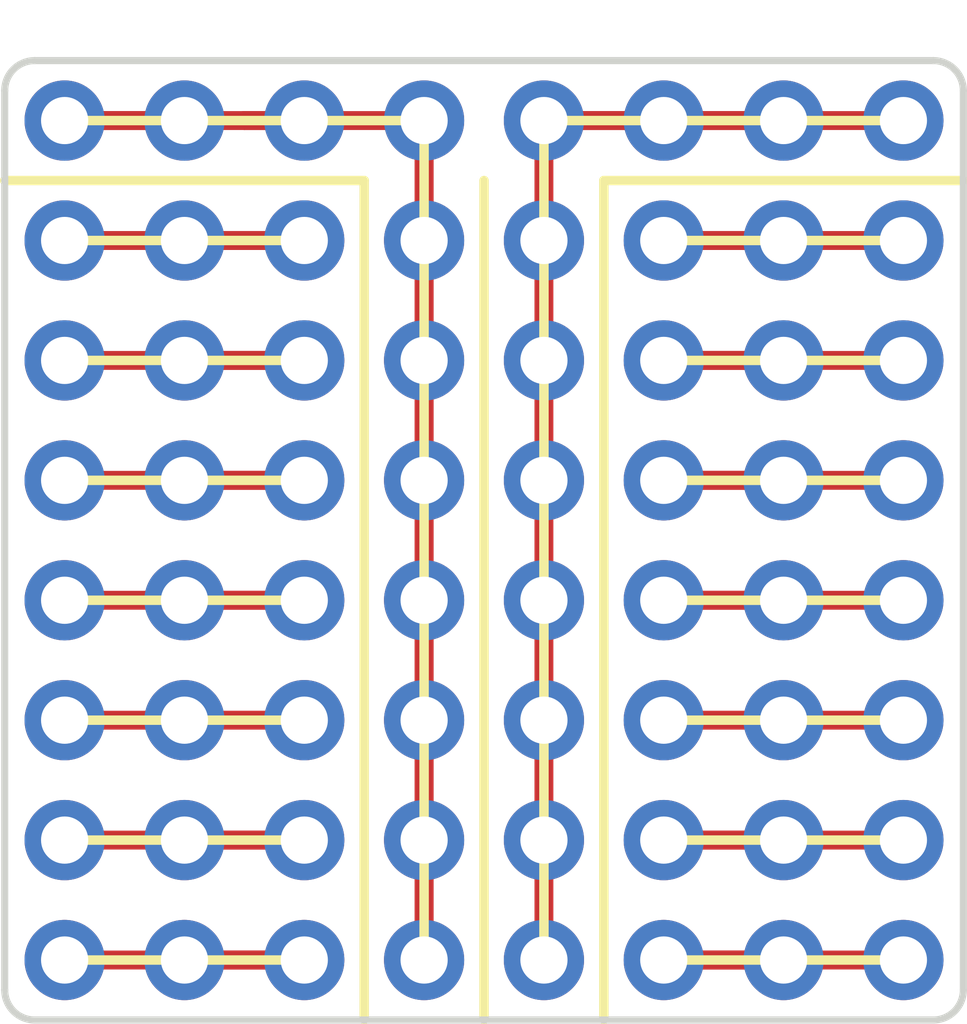
<source format=kicad_pcb>
(kicad_pcb (version 4) (host pcbnew 4.0.7)

  (general
    (links 48)
    (no_connects 0)
    (area 128.169999 92.621428 148.690001 114.400001)
    (thickness 1.6)
    (drawings 31)
    (tracks 50)
    (zones 0)
    (modules 18)
    (nets 17)
  )

  (page A4)
  (layers
    (0 F.Cu signal)
    (31 B.Cu signal)
    (32 B.Adhes user)
    (33 F.Adhes user)
    (34 B.Paste user)
    (35 F.Paste user)
    (36 B.SilkS user)
    (37 F.SilkS user)
    (38 B.Mask user)
    (39 F.Mask user)
    (40 Dwgs.User user)
    (41 Cmts.User user)
    (42 Eco1.User user)
    (43 Eco2.User user)
    (44 Edge.Cuts user)
    (45 Margin user)
    (46 B.CrtYd user)
    (47 F.CrtYd user)
    (48 B.Fab user)
    (49 F.Fab user)
  )

  (setup
    (last_trace_width 0.4)
    (trace_clearance 0.2)
    (zone_clearance 0.508)
    (zone_45_only no)
    (trace_min 0.2)
    (segment_width 0.2)
    (edge_width 0.15)
    (via_size 0.6)
    (via_drill 0.4)
    (via_min_size 0.4)
    (via_min_drill 0.3)
    (uvia_size 0.3)
    (uvia_drill 0.1)
    (uvias_allowed no)
    (uvia_min_size 0.2)
    (uvia_min_drill 0.1)
    (pcb_text_width 0.3)
    (pcb_text_size 1.5 1.5)
    (mod_edge_width 0.15)
    (mod_text_size 1 1)
    (mod_text_width 0.15)
    (pad_size 1.524 1.524)
    (pad_drill 0.762)
    (pad_to_mask_clearance 0.2)
    (aux_axis_origin 128.27 93.98)
    (visible_elements FFFFFF7F)
    (pcbplotparams
      (layerselection 0x00030_80000001)
      (usegerberextensions false)
      (excludeedgelayer true)
      (linewidth 0.100000)
      (plotframeref false)
      (viasonmask false)
      (mode 1)
      (useauxorigin false)
      (hpglpennumber 1)
      (hpglpenspeed 20)
      (hpglpendiameter 15)
      (hpglpenoverlay 2)
      (psnegative false)
      (psa4output false)
      (plotreference true)
      (plotvalue true)
      (plotinvisibletext false)
      (padsonsilk false)
      (subtractmaskfromsilk false)
      (outputformat 1)
      (mirror false)
      (drillshape 1)
      (scaleselection 1)
      (outputdirectory ""))
  )

  (net 0 "")
  (net 1 "Net-(J1-Pad1)")
  (net 2 "Net-(J2-Pad1)")
  (net 3 "Net-(J5-Pad1)")
  (net 4 "Net-(J6-Pad1)")
  (net 5 "Net-(J7-Pad1)")
  (net 6 "Net-(J8-Pad1)")
  (net 7 "Net-(J9-Pad1)")
  (net 8 "Net-(J10-Pad1)")
  (net 9 "Net-(J11-Pad1)")
  (net 10 "Net-(J12-Pad1)")
  (net 11 "Net-(J13-Pad1)")
  (net 12 "Net-(J14-Pad1)")
  (net 13 "Net-(J15-Pad1)")
  (net 14 "Net-(J16-Pad1)")
  (net 15 "Net-(J17-Pad1)")
  (net 16 "Net-(J18-Pad1)")

  (net_class Default "This is the default net class."
    (clearance 0.2)
    (trace_width 0.4)
    (via_dia 0.6)
    (via_drill 0.4)
    (uvia_dia 0.3)
    (uvia_drill 0.1)
    (add_net "Net-(J1-Pad1)")
    (add_net "Net-(J10-Pad1)")
    (add_net "Net-(J11-Pad1)")
    (add_net "Net-(J12-Pad1)")
    (add_net "Net-(J13-Pad1)")
    (add_net "Net-(J14-Pad1)")
    (add_net "Net-(J15-Pad1)")
    (add_net "Net-(J16-Pad1)")
    (add_net "Net-(J17-Pad1)")
    (add_net "Net-(J18-Pad1)")
    (add_net "Net-(J2-Pad1)")
    (add_net "Net-(J5-Pad1)")
    (add_net "Net-(J6-Pad1)")
    (add_net "Net-(J7-Pad1)")
    (add_net "Net-(J8-Pad1)")
    (add_net "Net-(J9-Pad1)")
  )

  (module pinstrip:3p (layer F.Cu) (tedit 5A4770AF) (tstamp 59685B45)
    (at 142.24 107.95)
    (path /59685DD3)
    (fp_text reference J18 (at 0 0) (layer F.SilkS) hide
      (effects (font (size 1 1) (thickness 0.15)))
    )
    (fp_text value anypin (at 0 0) (layer F.Fab)
      (effects (font (size 1 1) (thickness 0.15)))
    )
    (pad 1 thru_hole circle (at 0 0) (size 1.7 1.7) (drill 1) (layers *.Cu *.Mask)
      (net 16 "Net-(J18-Pad1)"))
    (pad 1 thru_hole circle (at 2.54 0) (size 1.7 1.7) (drill 1) (layers *.Cu *.Mask)
      (net 16 "Net-(J18-Pad1)"))
    (pad 1 thru_hole circle (at 5.08 0) (size 1.7 1.7) (drill 1) (layers *.Cu *.Mask)
      (net 16 "Net-(J18-Pad1)"))
  )

  (module pinstrip:3p (layer F.Cu) (tedit 5A4770AF) (tstamp 59685B3E)
    (at 134.62 113.03 180)
    (path /59685B95)
    (fp_text reference J17 (at 0 0 180) (layer F.SilkS) hide
      (effects (font (size 1 1) (thickness 0.15)))
    )
    (fp_text value anypin (at 0 0 180) (layer F.Fab)
      (effects (font (size 1 1) (thickness 0.15)))
    )
    (pad 1 thru_hole circle (at 0 0 180) (size 1.7 1.7) (drill 1) (layers *.Cu *.Mask)
      (net 15 "Net-(J17-Pad1)"))
    (pad 1 thru_hole circle (at 2.54 0 180) (size 1.7 1.7) (drill 1) (layers *.Cu *.Mask)
      (net 15 "Net-(J17-Pad1)"))
    (pad 1 thru_hole circle (at 5.08 0 180) (size 1.7 1.7) (drill 1) (layers *.Cu *.Mask)
      (net 15 "Net-(J17-Pad1)"))
  )

  (module pinstrip:3p (layer F.Cu) (tedit 5A4770AF) (tstamp 59685B37)
    (at 142.24 113.03)
    (path /59685D94)
    (fp_text reference J16 (at 0 0) (layer F.SilkS) hide
      (effects (font (size 1 1) (thickness 0.15)))
    )
    (fp_text value anypin (at 0 0) (layer F.Fab)
      (effects (font (size 1 1) (thickness 0.15)))
    )
    (pad 1 thru_hole circle (at 0 0) (size 1.7 1.7) (drill 1) (layers *.Cu *.Mask)
      (net 14 "Net-(J16-Pad1)"))
    (pad 1 thru_hole circle (at 2.54 0) (size 1.7 1.7) (drill 1) (layers *.Cu *.Mask)
      (net 14 "Net-(J16-Pad1)"))
    (pad 1 thru_hole circle (at 5.08 0) (size 1.7 1.7) (drill 1) (layers *.Cu *.Mask)
      (net 14 "Net-(J16-Pad1)"))
  )

  (module pinstrip:3p (layer F.Cu) (tedit 5A4770AF) (tstamp 59685B30)
    (at 134.62 110.49 180)
    (path /59685B6E)
    (fp_text reference J15 (at 0 0 180) (layer F.SilkS) hide
      (effects (font (size 1 1) (thickness 0.15)))
    )
    (fp_text value anypin (at 0 0 180) (layer F.Fab)
      (effects (font (size 1 1) (thickness 0.15)))
    )
    (pad 1 thru_hole circle (at 0 0 180) (size 1.7 1.7) (drill 1) (layers *.Cu *.Mask)
      (net 13 "Net-(J15-Pad1)"))
    (pad 1 thru_hole circle (at 2.54 0 180) (size 1.7 1.7) (drill 1) (layers *.Cu *.Mask)
      (net 13 "Net-(J15-Pad1)"))
    (pad 1 thru_hole circle (at 5.08 0 180) (size 1.7 1.7) (drill 1) (layers *.Cu *.Mask)
      (net 13 "Net-(J15-Pad1)"))
  )

  (module pinstrip:3p (layer F.Cu) (tedit 5A4770AF) (tstamp 59685B29)
    (at 142.24 110.49)
    (path /59685D3C)
    (fp_text reference J14 (at 0 0) (layer F.SilkS) hide
      (effects (font (size 1 1) (thickness 0.15)))
    )
    (fp_text value anypin (at 0 0) (layer F.Fab)
      (effects (font (size 1 1) (thickness 0.15)))
    )
    (pad 1 thru_hole circle (at 0 0) (size 1.7 1.7) (drill 1) (layers *.Cu *.Mask)
      (net 12 "Net-(J14-Pad1)"))
    (pad 1 thru_hole circle (at 2.54 0) (size 1.7 1.7) (drill 1) (layers *.Cu *.Mask)
      (net 12 "Net-(J14-Pad1)"))
    (pad 1 thru_hole circle (at 5.08 0) (size 1.7 1.7) (drill 1) (layers *.Cu *.Mask)
      (net 12 "Net-(J14-Pad1)"))
  )

  (module pinstrip:3p (layer F.Cu) (tedit 5A4770AF) (tstamp 59685B22)
    (at 134.62 107.95 180)
    (path /59685B4A)
    (fp_text reference J13 (at 0 0 180) (layer F.SilkS) hide
      (effects (font (size 1 1) (thickness 0.15)))
    )
    (fp_text value anypin (at 0 0 180) (layer F.Fab)
      (effects (font (size 1 1) (thickness 0.15)))
    )
    (pad 1 thru_hole circle (at 0 0 180) (size 1.7 1.7) (drill 1) (layers *.Cu *.Mask)
      (net 11 "Net-(J13-Pad1)"))
    (pad 1 thru_hole circle (at 2.54 0 180) (size 1.7 1.7) (drill 1) (layers *.Cu *.Mask)
      (net 11 "Net-(J13-Pad1)"))
    (pad 1 thru_hole circle (at 5.08 0 180) (size 1.7 1.7) (drill 1) (layers *.Cu *.Mask)
      (net 11 "Net-(J13-Pad1)"))
  )

  (module pinstrip:3p (layer F.Cu) (tedit 5A4770AF) (tstamp 59685B1B)
    (at 142.24 105.41)
    (path /59685D03)
    (fp_text reference J12 (at 0 0) (layer F.SilkS) hide
      (effects (font (size 1 1) (thickness 0.15)))
    )
    (fp_text value anypin (at 0 0) (layer F.Fab)
      (effects (font (size 1 1) (thickness 0.15)))
    )
    (pad 1 thru_hole circle (at 0 0) (size 1.7 1.7) (drill 1) (layers *.Cu *.Mask)
      (net 10 "Net-(J12-Pad1)"))
    (pad 1 thru_hole circle (at 2.54 0) (size 1.7 1.7) (drill 1) (layers *.Cu *.Mask)
      (net 10 "Net-(J12-Pad1)"))
    (pad 1 thru_hole circle (at 5.08 0) (size 1.7 1.7) (drill 1) (layers *.Cu *.Mask)
      (net 10 "Net-(J12-Pad1)"))
  )

  (module pinstrip:3p (layer F.Cu) (tedit 5A4770AF) (tstamp 59685B14)
    (at 134.62 105.41 180)
    (path /59685B29)
    (fp_text reference J11 (at 0 0 180) (layer F.SilkS) hide
      (effects (font (size 1 1) (thickness 0.15)))
    )
    (fp_text value anypin (at 0 0 180) (layer F.Fab)
      (effects (font (size 1 1) (thickness 0.15)))
    )
    (pad 1 thru_hole circle (at 0 0 180) (size 1.7 1.7) (drill 1) (layers *.Cu *.Mask)
      (net 9 "Net-(J11-Pad1)"))
    (pad 1 thru_hole circle (at 2.54 0 180) (size 1.7 1.7) (drill 1) (layers *.Cu *.Mask)
      (net 9 "Net-(J11-Pad1)"))
    (pad 1 thru_hole circle (at 5.08 0 180) (size 1.7 1.7) (drill 1) (layers *.Cu *.Mask)
      (net 9 "Net-(J11-Pad1)"))
  )

  (module pinstrip:3p (layer F.Cu) (tedit 5A4770AF) (tstamp 59685B0D)
    (at 142.24 102.87)
    (path /59685CCD)
    (fp_text reference J10 (at 0 0) (layer F.SilkS) hide
      (effects (font (size 1 1) (thickness 0.15)))
    )
    (fp_text value anypin (at 0 0) (layer F.Fab)
      (effects (font (size 1 1) (thickness 0.15)))
    )
    (pad 1 thru_hole circle (at 0 0) (size 1.7 1.7) (drill 1) (layers *.Cu *.Mask)
      (net 8 "Net-(J10-Pad1)"))
    (pad 1 thru_hole circle (at 2.54 0) (size 1.7 1.7) (drill 1) (layers *.Cu *.Mask)
      (net 8 "Net-(J10-Pad1)"))
    (pad 1 thru_hole circle (at 5.08 0) (size 1.7 1.7) (drill 1) (layers *.Cu *.Mask)
      (net 8 "Net-(J10-Pad1)"))
  )

  (module pinstrip:3p (layer F.Cu) (tedit 5A4770AF) (tstamp 59685B06)
    (at 134.62 102.87 180)
    (path /59685B0B)
    (fp_text reference J9 (at 0 0 180) (layer F.SilkS) hide
      (effects (font (size 1 1) (thickness 0.15)))
    )
    (fp_text value anypin (at 0 0 180) (layer F.Fab)
      (effects (font (size 1 1) (thickness 0.15)))
    )
    (pad 1 thru_hole circle (at 0 0 180) (size 1.7 1.7) (drill 1) (layers *.Cu *.Mask)
      (net 7 "Net-(J9-Pad1)"))
    (pad 1 thru_hole circle (at 2.54 0 180) (size 1.7 1.7) (drill 1) (layers *.Cu *.Mask)
      (net 7 "Net-(J9-Pad1)"))
    (pad 1 thru_hole circle (at 5.08 0 180) (size 1.7 1.7) (drill 1) (layers *.Cu *.Mask)
      (net 7 "Net-(J9-Pad1)"))
  )

  (module pinstrip:3p (layer F.Cu) (tedit 5A4770AF) (tstamp 59685AFF)
    (at 142.24 100.33)
    (path /59685C9A)
    (fp_text reference J8 (at 0 0) (layer F.SilkS) hide
      (effects (font (size 1 1) (thickness 0.15)))
    )
    (fp_text value anypin (at 0 0) (layer F.Fab)
      (effects (font (size 1 1) (thickness 0.15)))
    )
    (pad 1 thru_hole circle (at 0 0) (size 1.7 1.7) (drill 1) (layers *.Cu *.Mask)
      (net 6 "Net-(J8-Pad1)"))
    (pad 1 thru_hole circle (at 2.54 0) (size 1.7 1.7) (drill 1) (layers *.Cu *.Mask)
      (net 6 "Net-(J8-Pad1)"))
    (pad 1 thru_hole circle (at 5.08 0) (size 1.7 1.7) (drill 1) (layers *.Cu *.Mask)
      (net 6 "Net-(J8-Pad1)"))
  )

  (module pinstrip:3p (layer F.Cu) (tedit 5A4770AF) (tstamp 59685AF8)
    (at 134.62 100.33 180)
    (path /59685AF0)
    (fp_text reference J7 (at 0 0 180) (layer F.SilkS) hide
      (effects (font (size 1 1) (thickness 0.15)))
    )
    (fp_text value anypin (at 0 0 180) (layer F.Fab)
      (effects (font (size 1 1) (thickness 0.15)))
    )
    (pad 1 thru_hole circle (at 0 0 180) (size 1.7 1.7) (drill 1) (layers *.Cu *.Mask)
      (net 5 "Net-(J7-Pad1)"))
    (pad 1 thru_hole circle (at 2.54 0 180) (size 1.7 1.7) (drill 1) (layers *.Cu *.Mask)
      (net 5 "Net-(J7-Pad1)"))
    (pad 1 thru_hole circle (at 5.08 0 180) (size 1.7 1.7) (drill 1) (layers *.Cu *.Mask)
      (net 5 "Net-(J7-Pad1)"))
  )

  (module pinstrip:3p (layer F.Cu) (tedit 5A4770AF) (tstamp 59685AF1)
    (at 142.24 97.79)
    (path /59685C6A)
    (fp_text reference J6 (at 0 0) (layer F.SilkS) hide
      (effects (font (size 1 1) (thickness 0.15)))
    )
    (fp_text value anypin (at 0 0) (layer F.Fab)
      (effects (font (size 1 1) (thickness 0.15)))
    )
    (pad 1 thru_hole circle (at 0 0) (size 1.7 1.7) (drill 1) (layers *.Cu *.Mask)
      (net 4 "Net-(J6-Pad1)"))
    (pad 1 thru_hole circle (at 2.54 0) (size 1.7 1.7) (drill 1) (layers *.Cu *.Mask)
      (net 4 "Net-(J6-Pad1)"))
    (pad 1 thru_hole circle (at 5.08 0) (size 1.7 1.7) (drill 1) (layers *.Cu *.Mask)
      (net 4 "Net-(J6-Pad1)"))
  )

  (module pinstrip:3p (layer F.Cu) (tedit 5A4770AF) (tstamp 59685AEA)
    (at 134.62 97.79 180)
    (path /59685AD8)
    (fp_text reference J5 (at 0 0 180) (layer F.SilkS) hide
      (effects (font (size 1 1) (thickness 0.15)))
    )
    (fp_text value anypin (at 0 0 180) (layer F.Fab)
      (effects (font (size 1 1) (thickness 0.15)))
    )
    (pad 1 thru_hole circle (at 0 0 180) (size 1.7 1.7) (drill 1) (layers *.Cu *.Mask)
      (net 3 "Net-(J5-Pad1)"))
    (pad 1 thru_hole circle (at 2.54 0 180) (size 1.7 1.7) (drill 1) (layers *.Cu *.Mask)
      (net 3 "Net-(J5-Pad1)"))
    (pad 1 thru_hole circle (at 5.08 0 180) (size 1.7 1.7) (drill 1) (layers *.Cu *.Mask)
      (net 3 "Net-(J5-Pad1)"))
  )

  (module pinstrip:3p (layer F.Cu) (tedit 5A4770AF) (tstamp 59685AE3)
    (at 142.24 95.25)
    (path /59685BBF)
    (fp_text reference J4 (at 0 0) (layer F.SilkS) hide
      (effects (font (size 1 1) (thickness 0.15)))
    )
    (fp_text value anypin (at 0 0) (layer F.Fab)
      (effects (font (size 1 1) (thickness 0.15)))
    )
    (pad 1 thru_hole circle (at 0 0) (size 1.7 1.7) (drill 1) (layers *.Cu *.Mask)
      (net 2 "Net-(J2-Pad1)"))
    (pad 1 thru_hole circle (at 2.54 0) (size 1.7 1.7) (drill 1) (layers *.Cu *.Mask)
      (net 2 "Net-(J2-Pad1)"))
    (pad 1 thru_hole circle (at 5.08 0) (size 1.7 1.7) (drill 1) (layers *.Cu *.Mask)
      (net 2 "Net-(J2-Pad1)"))
  )

  (module pinstrip:3p (layer F.Cu) (tedit 5A4770AF) (tstamp 59685ADC)
    (at 134.62 95.25 180)
    (path /59685A80)
    (fp_text reference J3 (at 0 0 180) (layer F.SilkS) hide
      (effects (font (size 1 1) (thickness 0.15)))
    )
    (fp_text value anypin (at 0 0 180) (layer F.Fab)
      (effects (font (size 1 1) (thickness 0.15)))
    )
    (pad 1 thru_hole circle (at 0 0 180) (size 1.7 1.7) (drill 1) (layers *.Cu *.Mask)
      (net 1 "Net-(J1-Pad1)"))
    (pad 1 thru_hole circle (at 2.54 0 180) (size 1.7 1.7) (drill 1) (layers *.Cu *.Mask)
      (net 1 "Net-(J1-Pad1)"))
    (pad 1 thru_hole circle (at 5.08 0 180) (size 1.7 1.7) (drill 1) (layers *.Cu *.Mask)
      (net 1 "Net-(J1-Pad1)"))
  )

  (module pinstrip:8p (layer F.Cu) (tedit 5A4770D9) (tstamp 59685AD5)
    (at 139.7 95.25 270)
    (path /59685E94)
    (fp_text reference J2 (at 0 0 270) (layer F.SilkS) hide
      (effects (font (size 1 1) (thickness 0.15)))
    )
    (fp_text value anypin (at 0 0 270) (layer F.Fab)
      (effects (font (size 1 1) (thickness 0.15)))
    )
    (pad 1 thru_hole circle (at 0 0 270) (size 1.7 1.7) (drill 1) (layers *.Cu *.Mask)
      (net 2 "Net-(J2-Pad1)"))
    (pad 1 thru_hole circle (at 2.54 0 270) (size 1.7 1.7) (drill 1) (layers *.Cu *.Mask)
      (net 2 "Net-(J2-Pad1)"))
    (pad 1 thru_hole circle (at 5.08 0 270) (size 1.7 1.7) (drill 1) (layers *.Cu *.Mask)
      (net 2 "Net-(J2-Pad1)"))
    (pad 1 thru_hole circle (at 7.62 0 270) (size 1.7 1.7) (drill 1) (layers *.Cu *.Mask)
      (net 2 "Net-(J2-Pad1)"))
    (pad 1 thru_hole circle (at 10.16 0 270) (size 1.7 1.7) (drill 1) (layers *.Cu *.Mask)
      (net 2 "Net-(J2-Pad1)"))
    (pad 1 thru_hole circle (at 12.7 0 270) (size 1.7 1.7) (drill 1) (layers *.Cu *.Mask)
      (net 2 "Net-(J2-Pad1)"))
    (pad 1 thru_hole circle (at 15.24 0 270) (size 1.7 1.7) (drill 1) (layers *.Cu *.Mask)
      (net 2 "Net-(J2-Pad1)"))
    (pad 1 thru_hole circle (at 17.78 0 270) (size 1.7 1.7) (drill 1) (layers *.Cu *.Mask)
      (net 2 "Net-(J2-Pad1)"))
  )

  (module pinstrip:8p (layer F.Cu) (tedit 5A4770D9) (tstamp 59685AC9)
    (at 137.16 95.25 270)
    (path /59685E25)
    (fp_text reference J1 (at 0 0 270) (layer F.SilkS) hide
      (effects (font (size 1 1) (thickness 0.15)))
    )
    (fp_text value anypin (at 0 0 270) (layer F.Fab)
      (effects (font (size 1 1) (thickness 0.15)))
    )
    (pad 1 thru_hole circle (at 0 0 270) (size 1.7 1.7) (drill 1) (layers *.Cu *.Mask)
      (net 1 "Net-(J1-Pad1)"))
    (pad 1 thru_hole circle (at 2.54 0 270) (size 1.7 1.7) (drill 1) (layers *.Cu *.Mask)
      (net 1 "Net-(J1-Pad1)"))
    (pad 1 thru_hole circle (at 5.08 0 270) (size 1.7 1.7) (drill 1) (layers *.Cu *.Mask)
      (net 1 "Net-(J1-Pad1)"))
    (pad 1 thru_hole circle (at 7.62 0 270) (size 1.7 1.7) (drill 1) (layers *.Cu *.Mask)
      (net 1 "Net-(J1-Pad1)"))
    (pad 1 thru_hole circle (at 10.16 0 270) (size 1.7 1.7) (drill 1) (layers *.Cu *.Mask)
      (net 1 "Net-(J1-Pad1)"))
    (pad 1 thru_hole circle (at 12.7 0 270) (size 1.7 1.7) (drill 1) (layers *.Cu *.Mask)
      (net 1 "Net-(J1-Pad1)"))
    (pad 1 thru_hole circle (at 15.24 0 270) (size 1.7 1.7) (drill 1) (layers *.Cu *.Mask)
      (net 1 "Net-(J1-Pad1)"))
    (pad 1 thru_hole circle (at 17.78 0 270) (size 1.7 1.7) (drill 1) (layers *.Cu *.Mask)
      (net 1 "Net-(J1-Pad1)"))
  )

  (gr_line (start 147.955 114.3) (end 128.905 114.3) (angle 90) (layer Edge.Cuts) (width 0.15))
  (gr_line (start 148.59 94.615) (end 148.59 113.665) (angle 90) (layer Edge.Cuts) (width 0.15))
  (gr_line (start 128.905 93.98) (end 147.955 93.98) (angle 90) (layer Edge.Cuts) (width 0.15))
  (gr_line (start 128.27 113.665) (end 128.27 94.615) (angle 90) (layer Edge.Cuts) (width 0.15))
  (gr_arc (start 147.955 94.615) (end 147.955 93.98) (angle 90) (layer Edge.Cuts) (width 0.15))
  (gr_arc (start 128.905 94.615) (end 128.27 94.615) (angle 90) (layer Edge.Cuts) (width 0.15))
  (gr_arc (start 128.905 113.665) (end 128.905 114.3) (angle 90) (layer Edge.Cuts) (width 0.15))
  (gr_arc (start 147.955 113.665) (end 148.59 113.665) (angle 90) (layer Edge.Cuts) (width 0.15))
  (gr_line (start 140.97 96.52) (end 148.59 96.52) (angle 90) (layer F.SilkS) (width 0.2))
  (gr_line (start 135.89 96.52) (end 128.27 96.52) (angle 90) (layer F.SilkS) (width 0.2))
  (gr_line (start 138.43 96.52) (end 138.43 114.3) (angle 90) (layer F.SilkS) (width 0.2))
  (gr_line (start 140.97 114.3) (end 140.97 96.52) (angle 90) (layer F.SilkS) (width 0.2))
  (gr_line (start 135.89 96.52) (end 135.89 114.3) (angle 90) (layer F.SilkS) (width 0.2))
  (gr_line (start 142.24 97.79) (end 147.32 97.79) (angle 90) (layer F.SilkS) (width 0.2))
  (gr_line (start 147.32 100.33) (end 142.24 100.33) (angle 90) (layer F.SilkS) (width 0.2))
  (gr_line (start 142.24 102.87) (end 147.32 102.87) (angle 90) (layer F.SilkS) (width 0.2))
  (gr_line (start 147.32 105.41) (end 142.24 105.41) (angle 90) (layer F.SilkS) (width 0.2))
  (gr_line (start 142.24 107.95) (end 147.32 107.95) (angle 90) (layer F.SilkS) (width 0.2))
  (gr_line (start 147.32 110.49) (end 142.24 110.49) (angle 90) (layer F.SilkS) (width 0.2))
  (gr_line (start 142.24 113.03) (end 147.32 113.03) (angle 90) (layer F.SilkS) (width 0.2))
  (gr_line (start 134.62 113.03) (end 129.54 113.03) (angle 90) (layer F.SilkS) (width 0.2))
  (gr_line (start 129.54 110.49) (end 134.62 110.49) (angle 90) (layer F.SilkS) (width 0.2))
  (gr_line (start 134.62 107.95) (end 129.54 107.95) (angle 90) (layer F.SilkS) (width 0.2))
  (gr_line (start 129.54 105.41) (end 134.62 105.41) (angle 90) (layer F.SilkS) (width 0.2))
  (gr_line (start 134.62 102.87) (end 129.54 102.87) (angle 90) (layer F.SilkS) (width 0.2))
  (gr_line (start 134.62 100.33) (end 129.54 100.33) (angle 90) (layer F.SilkS) (width 0.2))
  (gr_line (start 129.54 97.79) (end 134.62 97.79) (angle 90) (layer F.SilkS) (width 0.2))
  (gr_line (start 137.16 95.25) (end 129.54 95.25) (angle 90) (layer F.SilkS) (width 0.2))
  (gr_line (start 137.16 113.03) (end 137.16 95.25) (angle 90) (layer F.SilkS) (width 0.2))
  (gr_line (start 139.7 95.25) (end 139.7 113.03) (angle 90) (layer F.SilkS) (width 0.2))
  (gr_line (start 139.7 95.25) (end 147.32 95.25) (angle 90) (layer F.SilkS) (width 0.2))

  (segment (start 132.08 95.25) (end 129.54 95.25) (width 0.4) (layer F.Cu) (net 1))
  (segment (start 134.62 95.25) (end 133.35 95.25) (width 0.4) (layer F.Cu) (net 1))
  (segment (start 137.16 97.79) (end 137.16 95.25) (width 0.4) (layer F.Cu) (net 1))
  (segment (start 137.16 100.33) (end 137.16 97.79) (width 0.4) (layer F.Cu) (net 1))
  (segment (start 137.16 102.87) (end 137.16 100.33) (width 0.4) (layer F.Cu) (net 1))
  (segment (start 137.16 105.41) (end 137.16 102.87) (width 0.4) (layer F.Cu) (net 1))
  (segment (start 137.16 107.95) (end 137.16 105.41) (width 0.4) (layer F.Cu) (net 1))
  (segment (start 137.16 110.49) (end 137.16 107.95) (width 0.4) (layer F.Cu) (net 1))
  (segment (start 137.16 113.03) (end 137.16 110.49) (width 0.4) (layer F.Cu) (net 1))
  (segment (start 137.16 95.25) (end 137.16 113.03) (width 0.4) (layer F.Cu) (net 1))
  (segment (start 129.54 95.25) (end 133.35 95.25) (width 0.4) (layer F.Cu) (net 1))
  (segment (start 133.35 95.25) (end 137.16 95.25) (width 0.4) (layer F.Cu) (net 1) (tstamp 59685D15))
  (segment (start 139.7 95.25) (end 142.24 95.25) (width 0.4) (layer F.Cu) (net 2))
  (segment (start 139.7 97.79) (end 139.7 95.25) (width 0.4) (layer F.Cu) (net 2))
  (segment (start 139.7 100.33) (end 139.7 97.79) (width 0.4) (layer F.Cu) (net 2))
  (segment (start 139.7 102.87) (end 139.7 100.33) (width 0.4) (layer F.Cu) (net 2))
  (segment (start 139.7 105.41) (end 139.7 102.87) (width 0.4) (layer F.Cu) (net 2))
  (segment (start 139.7 107.95) (end 139.7 105.41) (width 0.4) (layer F.Cu) (net 2))
  (segment (start 139.7 110.49) (end 139.7 107.95) (width 0.4) (layer F.Cu) (net 2))
  (segment (start 142.24 95.25) (end 144.78 95.25) (width 0.4) (layer F.Cu) (net 2))
  (segment (start 139.7 95.25) (end 147.32 95.25) (width 0.4) (layer F.Cu) (net 2))
  (segment (start 139.7 113.03) (end 139.7 95.25) (width 0.4) (layer F.Cu) (net 2))
  (segment (start 134.62 97.79) (end 132.08 97.79) (width 0.4) (layer F.Cu) (net 3))
  (segment (start 134.62 97.79) (end 129.54 97.79) (width 0.4) (layer F.Cu) (net 3))
  (segment (start 142.24 97.79) (end 144.78 97.79) (width 0.4) (layer F.Cu) (net 4))
  (segment (start 142.24 97.79) (end 147.32 97.79) (width 0.4) (layer F.Cu) (net 4))
  (segment (start 132.08 100.33) (end 134.62 100.33) (width 0.4) (layer F.Cu) (net 5))
  (segment (start 134.62 100.33) (end 129.54 100.33) (width 0.4) (layer F.Cu) (net 5))
  (segment (start 142.24 100.33) (end 144.78 100.33) (width 0.4) (layer F.Cu) (net 6))
  (segment (start 142.24 100.33) (end 147.32 100.33) (width 0.4) (layer F.Cu) (net 6))
  (segment (start 134.62 102.87) (end 132.08 102.87) (width 0.4) (layer F.Cu) (net 7))
  (segment (start 134.62 102.87) (end 129.54 102.87) (width 0.4) (layer F.Cu) (net 7))
  (segment (start 142.24 102.87) (end 144.78 102.87) (width 0.4) (layer F.Cu) (net 8))
  (segment (start 142.24 102.87) (end 147.32 102.87) (width 0.4) (layer F.Cu) (net 8))
  (segment (start 132.08 105.41) (end 134.62 105.41) (width 0.4) (layer F.Cu) (net 9))
  (segment (start 134.62 105.41) (end 129.54 105.41) (width 0.4) (layer F.Cu) (net 9))
  (segment (start 142.24 105.41) (end 144.78 105.41) (width 0.4) (layer F.Cu) (net 10))
  (segment (start 142.24 105.41) (end 147.32 105.41) (width 0.4) (layer F.Cu) (net 10))
  (segment (start 134.62 107.95) (end 132.08 107.95) (width 0.4) (layer F.Cu) (net 11))
  (segment (start 134.62 107.95) (end 129.54 107.95) (width 0.4) (layer F.Cu) (net 11))
  (segment (start 142.24 110.49) (end 144.78 110.49) (width 0.4) (layer F.Cu) (net 12))
  (segment (start 142.24 110.49) (end 147.32 110.49) (width 0.4) (layer F.Cu) (net 12))
  (segment (start 132.08 110.49) (end 134.62 110.49) (width 0.4) (layer F.Cu) (net 13))
  (segment (start 134.62 110.49) (end 129.54 110.49) (width 0.4) (layer F.Cu) (net 13))
  (segment (start 142.24 113.03) (end 144.78 113.03) (width 0.4) (layer F.Cu) (net 14))
  (segment (start 142.24 113.03) (end 147.32 113.03) (width 0.4) (layer F.Cu) (net 14))
  (segment (start 134.62 113.03) (end 132.08 113.03) (width 0.4) (layer F.Cu) (net 15))
  (segment (start 134.62 113.03) (end 129.54 113.03) (width 0.4) (layer F.Cu) (net 15))
  (segment (start 142.24 107.95) (end 144.78 107.95) (width 0.4) (layer F.Cu) (net 16))
  (segment (start 142.24 107.95) (end 147.32 107.95) (width 0.4) (layer F.Cu) (net 16))

)

</source>
